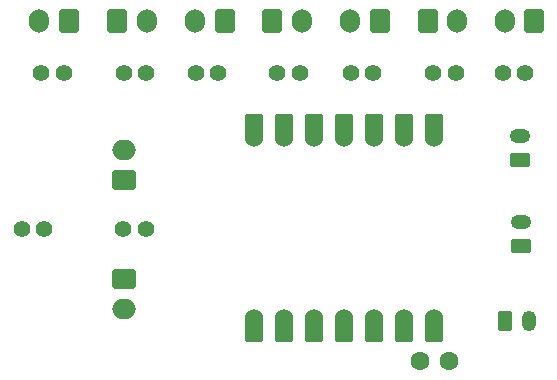
<source format=gbr>
%TF.GenerationSoftware,KiCad,Pcbnew,9.0.2*%
%TF.CreationDate,2025-08-29T09:25:12+10:00*%
%TF.ProjectId,fsr_right,6673725f-7269-4676-9874-2e6b69636164,rev?*%
%TF.SameCoordinates,Original*%
%TF.FileFunction,Soldermask,Top*%
%TF.FilePolarity,Negative*%
%FSLAX46Y46*%
G04 Gerber Fmt 4.6, Leading zero omitted, Abs format (unit mm)*
G04 Created by KiCad (PCBNEW 9.0.2) date 2025-08-29 09:25:12*
%MOMM*%
%LPD*%
G01*
G04 APERTURE LIST*
G04 Aperture macros list*
%AMRoundRect*
0 Rectangle with rounded corners*
0 $1 Rounding radius*
0 $2 $3 $4 $5 $6 $7 $8 $9 X,Y pos of 4 corners*
0 Add a 4 corners polygon primitive as box body*
4,1,4,$2,$3,$4,$5,$6,$7,$8,$9,$2,$3,0*
0 Add four circle primitives for the rounded corners*
1,1,$1+$1,$2,$3*
1,1,$1+$1,$4,$5*
1,1,$1+$1,$6,$7*
1,1,$1+$1,$8,$9*
0 Add four rect primitives between the rounded corners*
20,1,$1+$1,$2,$3,$4,$5,0*
20,1,$1+$1,$4,$5,$6,$7,0*
20,1,$1+$1,$6,$7,$8,$9,0*
20,1,$1+$1,$8,$9,$2,$3,0*%
G04 Aperture macros list end*
%ADD10RoundRect,0.250000X0.600000X0.750000X-0.600000X0.750000X-0.600000X-0.750000X0.600000X-0.750000X0*%
%ADD11O,1.700000X2.000000*%
%ADD12C,1.400000*%
%ADD13RoundRect,0.152400X0.609600X-1.063600X0.609600X1.063600X-0.609600X1.063600X-0.609600X-1.063600X0*%
%ADD14C,1.524000*%
%ADD15RoundRect,0.152400X-0.609600X1.063600X-0.609600X-1.063600X0.609600X-1.063600X0.609600X1.063600X0*%
%ADD16RoundRect,0.250000X0.625000X-0.350000X0.625000X0.350000X-0.625000X0.350000X-0.625000X-0.350000X0*%
%ADD17O,1.750000X1.200000*%
%ADD18RoundRect,0.250000X-0.350000X-0.625000X0.350000X-0.625000X0.350000X0.625000X-0.350000X0.625000X0*%
%ADD19O,1.200000X1.750000*%
%ADD20RoundRect,0.250000X-0.750000X0.600000X-0.750000X-0.600000X0.750000X-0.600000X0.750000X0.600000X0*%
%ADD21O,2.000000X1.700000*%
%ADD22C,1.600000*%
%ADD23RoundRect,0.250000X-0.600000X-0.750000X0.600000X-0.750000X0.600000X0.750000X-0.600000X0.750000X0*%
%ADD24RoundRect,0.250000X0.750000X-0.600000X0.750000X0.600000X-0.750000X0.600000X-0.750000X-0.600000X0*%
G04 APERTURE END LIST*
D10*
%TO.C,JMid1*%
X157850000Y-73145000D03*
D11*
X155350000Y-73145000D03*
%TD*%
D10*
%TO.C,JRin1*%
X170950000Y-73145000D03*
D11*
X168450000Y-73145000D03*
%TD*%
D12*
%TO.C,RMid2*%
X164205000Y-77600000D03*
X162305000Y-77600000D03*
%TD*%
D13*
%TO.C,U1*%
X175540000Y-82225000D03*
D14*
X175540000Y-83060000D03*
D13*
X173000000Y-82225000D03*
D14*
X173000000Y-83060000D03*
D13*
X170460000Y-82225000D03*
D14*
X170460000Y-83060000D03*
D13*
X167920000Y-82225000D03*
D14*
X167920000Y-83060000D03*
D13*
X165380000Y-82225000D03*
D14*
X165380000Y-83060000D03*
D13*
X162840000Y-82225000D03*
D14*
X162840000Y-83060000D03*
D13*
X160300000Y-82225000D03*
D14*
X160300000Y-83060000D03*
X160300000Y-98300000D03*
D15*
X160300000Y-99135000D03*
D14*
X162840000Y-98300000D03*
D15*
X162840000Y-99135000D03*
D14*
X165380000Y-98300000D03*
D15*
X165380000Y-99135000D03*
D14*
X167920000Y-98300000D03*
D15*
X167920000Y-99135000D03*
D14*
X170460000Y-98300000D03*
D15*
X170460000Y-99135000D03*
D14*
X173000000Y-98300000D03*
D15*
X173000000Y-99135000D03*
D14*
X175540000Y-98300000D03*
D15*
X175540000Y-99135000D03*
%TD*%
D12*
%TO.C,RRin2*%
X177405000Y-77600000D03*
X175505000Y-77600000D03*
%TD*%
D16*
%TO.C,SW2*%
X182900000Y-92200000D03*
D17*
X182900000Y-90200000D03*
%TD*%
D12*
%TO.C,RMid1*%
X155395000Y-77600000D03*
X157295000Y-77600000D03*
%TD*%
D18*
%TO.C,bat2*%
X181600000Y-98550000D03*
D19*
X183600000Y-98550000D03*
%TD*%
D20*
%TO.C,JTh1*%
X149345000Y-95050000D03*
D21*
X149345000Y-97550000D03*
%TD*%
D22*
%TO.C,C2*%
X176850000Y-102000000D03*
X174350000Y-102000000D03*
%TD*%
D16*
%TO.C,bat4*%
X182850000Y-84900000D03*
D17*
X182850000Y-82900000D03*
%TD*%
D12*
%TO.C,RRin1*%
X168495000Y-77600000D03*
X170395000Y-77600000D03*
%TD*%
%TO.C,RPin1*%
X181395000Y-77600000D03*
X183295000Y-77600000D03*
%TD*%
D10*
%TO.C,JIn1*%
X144650000Y-73145000D03*
D11*
X142150000Y-73145000D03*
%TD*%
D12*
%TO.C,RTh1*%
X149240000Y-90750000D03*
X151140000Y-90750000D03*
%TD*%
%TO.C,RTh2*%
X140640000Y-90750000D03*
X142540000Y-90750000D03*
%TD*%
%TO.C,RIn2*%
X151200000Y-77600000D03*
X149300000Y-77600000D03*
%TD*%
%TO.C,RIn1*%
X142295000Y-77600000D03*
X144195000Y-77600000D03*
%TD*%
D10*
%TO.C,JPin1*%
X184050000Y-73145000D03*
D11*
X181550000Y-73145000D03*
%TD*%
D23*
%TO.C,JIn2*%
X148750000Y-73145000D03*
D11*
X151250000Y-73145000D03*
%TD*%
D23*
%TO.C,JMid2*%
X161850000Y-73145000D03*
D11*
X164350000Y-73145000D03*
%TD*%
D23*
%TO.C,JRin2*%
X175050000Y-73145000D03*
D11*
X177550000Y-73145000D03*
%TD*%
D24*
%TO.C,JTh2*%
X149290000Y-86600000D03*
D21*
X149290000Y-84100000D03*
%TD*%
M02*

</source>
